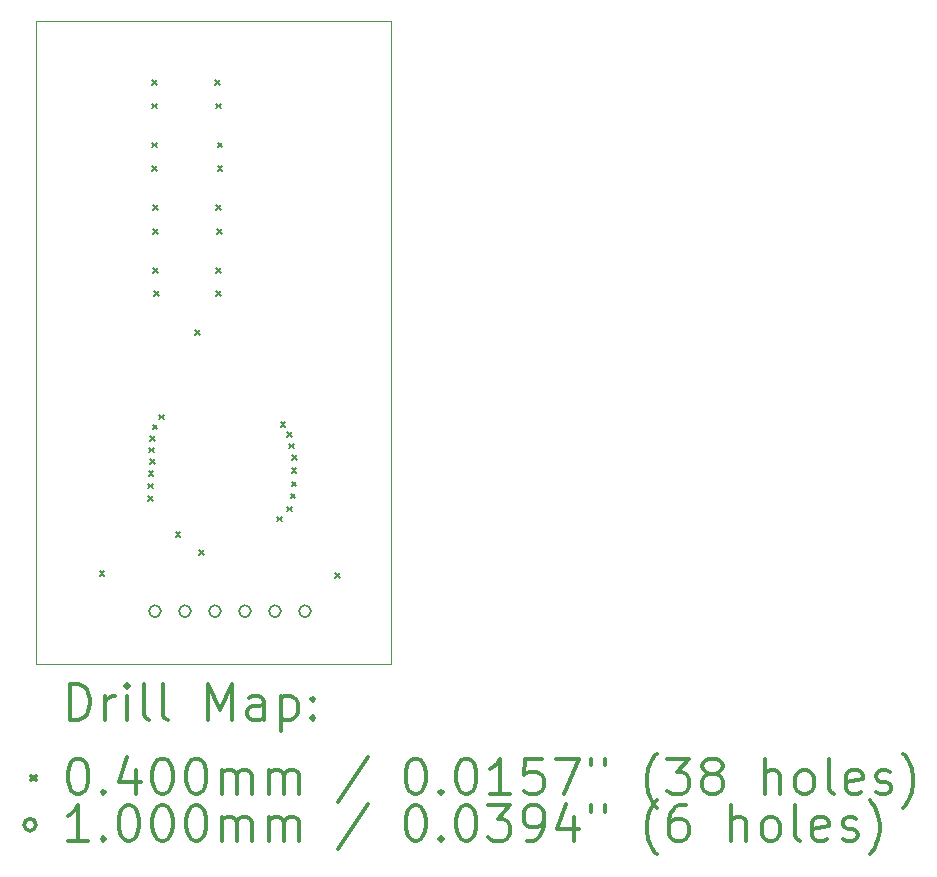
<source format=gbr>
%FSLAX45Y45*%
G04 Gerber Fmt 4.5, Leading zero omitted, Abs format (unit mm)*
G04 Created by KiCad (PCBNEW (5.1.12)-1) date 2021-12-20 11:44:47*
%MOMM*%
%LPD*%
G01*
G04 APERTURE LIST*
%TA.AperFunction,Profile*%
%ADD10C,0.050000*%
%TD*%
%ADD11C,0.200000*%
%ADD12C,0.300000*%
G04 APERTURE END LIST*
D10*
X11450000Y-4150000D02*
X11600000Y-4150000D01*
X11450000Y-9600000D02*
X11450000Y-4150000D01*
X11600000Y-9600000D02*
X11450000Y-9600000D01*
X11750000Y-4150000D02*
X11600000Y-4150000D01*
X11750000Y-9600000D02*
X11600000Y-9600000D01*
X14250000Y-4150000D02*
X14450000Y-4150000D01*
X14450000Y-9600000D02*
X14450000Y-4150000D01*
X14250000Y-9600000D02*
X14450000Y-9600000D01*
X11750000Y-4150000D02*
X14250000Y-4150000D01*
X11750000Y-9600000D02*
X14250000Y-9600000D01*
D11*
X11987500Y-8812500D02*
X12027500Y-8852500D01*
X12027500Y-8812500D02*
X11987500Y-8852500D01*
X12397193Y-8174135D02*
X12437193Y-8214135D01*
X12437193Y-8174135D02*
X12397193Y-8214135D01*
X12399230Y-8069565D02*
X12439230Y-8109565D01*
X12439230Y-8069565D02*
X12399230Y-8109565D01*
X12401705Y-7964559D02*
X12441705Y-8004559D01*
X12441705Y-7964559D02*
X12401705Y-8004559D01*
X12403477Y-7766271D02*
X12443477Y-7806271D01*
X12443477Y-7766271D02*
X12403477Y-7806271D01*
X12413486Y-7666772D02*
X12453486Y-7706772D01*
X12453486Y-7666772D02*
X12413486Y-7706772D01*
X12415625Y-7865531D02*
X12455625Y-7905531D01*
X12455625Y-7865531D02*
X12415625Y-7905531D01*
X12431960Y-4653040D02*
X12471960Y-4693040D01*
X12471960Y-4653040D02*
X12431960Y-4693040D01*
X12431960Y-4853040D02*
X12471960Y-4893040D01*
X12471960Y-4853040D02*
X12431960Y-4893040D01*
X12433040Y-5183040D02*
X12473040Y-5223040D01*
X12473040Y-5183040D02*
X12433040Y-5223040D01*
X12433040Y-5383040D02*
X12473040Y-5423040D01*
X12473040Y-5383040D02*
X12433040Y-5423040D01*
X12436036Y-7569346D02*
X12476036Y-7609346D01*
X12476036Y-7569346D02*
X12436036Y-7609346D01*
X12438040Y-5713040D02*
X12478040Y-5753040D01*
X12478040Y-5713040D02*
X12438040Y-5753040D01*
X12438040Y-5913040D02*
X12478040Y-5953040D01*
X12478040Y-5913040D02*
X12438040Y-5953040D01*
X12443040Y-6243040D02*
X12483040Y-6283040D01*
X12483040Y-6243040D02*
X12443040Y-6283040D01*
X12447508Y-6443040D02*
X12487508Y-6483040D01*
X12487508Y-6443040D02*
X12447508Y-6483040D01*
X12492261Y-7486648D02*
X12532261Y-7526648D01*
X12532261Y-7486648D02*
X12492261Y-7526648D01*
X12630000Y-8479999D02*
X12670000Y-8519999D01*
X12670000Y-8479999D02*
X12630000Y-8519999D01*
X12798500Y-6768500D02*
X12838500Y-6808500D01*
X12838500Y-6768500D02*
X12798500Y-6808500D01*
X12830000Y-8630000D02*
X12870000Y-8670000D01*
X12870000Y-8630000D02*
X12830000Y-8670000D01*
X12966960Y-4653040D02*
X13006960Y-4693040D01*
X13006960Y-4653040D02*
X12966960Y-4693040D01*
X12973040Y-4853040D02*
X13013040Y-4893040D01*
X13013040Y-4853040D02*
X12973040Y-4893040D01*
X12973040Y-5713040D02*
X13013040Y-5753040D01*
X13013040Y-5713040D02*
X12973040Y-5753040D01*
X12973040Y-6243040D02*
X13013040Y-6283040D01*
X13013040Y-6243040D02*
X12973040Y-6283040D01*
X12973040Y-6443040D02*
X13013040Y-6483040D01*
X13013040Y-6443040D02*
X12973040Y-6483040D01*
X12983040Y-5913040D02*
X13023040Y-5953040D01*
X13023040Y-5913040D02*
X12983040Y-5953040D01*
X12986960Y-5183040D02*
X13026960Y-5223040D01*
X13026960Y-5183040D02*
X12986960Y-5223040D01*
X12986960Y-5383040D02*
X13026960Y-5423040D01*
X13026960Y-5383040D02*
X12986960Y-5423040D01*
X13487501Y-8349082D02*
X13527501Y-8389082D01*
X13527501Y-8349082D02*
X13487501Y-8389082D01*
X13520496Y-7549780D02*
X13560496Y-7589780D01*
X13560496Y-7549780D02*
X13520496Y-7589780D01*
X13575701Y-8264755D02*
X13615701Y-8304755D01*
X13615701Y-8264755D02*
X13575701Y-8304755D01*
X13575746Y-7633133D02*
X13615746Y-7673133D01*
X13615746Y-7633133D02*
X13575746Y-7673133D01*
X13594361Y-7731386D02*
X13634361Y-7771386D01*
X13634361Y-7731386D02*
X13594361Y-7771386D01*
X13604999Y-8155000D02*
X13644999Y-8195000D01*
X13644999Y-8155000D02*
X13604999Y-8195000D01*
X13613535Y-8053636D02*
X13653535Y-8093636D01*
X13653535Y-8053636D02*
X13613535Y-8093636D01*
X13613619Y-7938619D02*
X13653619Y-7978619D01*
X13653619Y-7938619D02*
X13613619Y-7978619D01*
X13616698Y-7828860D02*
X13656698Y-7868860D01*
X13656698Y-7828860D02*
X13616698Y-7868860D01*
X13982500Y-8827500D02*
X14022500Y-8867500D01*
X14022500Y-8827500D02*
X13982500Y-8867500D01*
X12505000Y-9150000D02*
G75*
G03*
X12505000Y-9150000I-50000J0D01*
G01*
X12759000Y-9150000D02*
G75*
G03*
X12759000Y-9150000I-50000J0D01*
G01*
X13013000Y-9150000D02*
G75*
G03*
X13013000Y-9150000I-50000J0D01*
G01*
X13267000Y-9150000D02*
G75*
G03*
X13267000Y-9150000I-50000J0D01*
G01*
X13521000Y-9150000D02*
G75*
G03*
X13521000Y-9150000I-50000J0D01*
G01*
X13775000Y-9150000D02*
G75*
G03*
X13775000Y-9150000I-50000J0D01*
G01*
D12*
X11733928Y-10068214D02*
X11733928Y-9768214D01*
X11805357Y-9768214D01*
X11848214Y-9782500D01*
X11876786Y-9811072D01*
X11891071Y-9839643D01*
X11905357Y-9896786D01*
X11905357Y-9939643D01*
X11891071Y-9996786D01*
X11876786Y-10025357D01*
X11848214Y-10053929D01*
X11805357Y-10068214D01*
X11733928Y-10068214D01*
X12033928Y-10068214D02*
X12033928Y-9868214D01*
X12033928Y-9925357D02*
X12048214Y-9896786D01*
X12062500Y-9882500D01*
X12091071Y-9868214D01*
X12119643Y-9868214D01*
X12219643Y-10068214D02*
X12219643Y-9868214D01*
X12219643Y-9768214D02*
X12205357Y-9782500D01*
X12219643Y-9796786D01*
X12233928Y-9782500D01*
X12219643Y-9768214D01*
X12219643Y-9796786D01*
X12405357Y-10068214D02*
X12376786Y-10053929D01*
X12362500Y-10025357D01*
X12362500Y-9768214D01*
X12562500Y-10068214D02*
X12533928Y-10053929D01*
X12519643Y-10025357D01*
X12519643Y-9768214D01*
X12905357Y-10068214D02*
X12905357Y-9768214D01*
X13005357Y-9982500D01*
X13105357Y-9768214D01*
X13105357Y-10068214D01*
X13376786Y-10068214D02*
X13376786Y-9911072D01*
X13362500Y-9882500D01*
X13333928Y-9868214D01*
X13276786Y-9868214D01*
X13248214Y-9882500D01*
X13376786Y-10053929D02*
X13348214Y-10068214D01*
X13276786Y-10068214D01*
X13248214Y-10053929D01*
X13233928Y-10025357D01*
X13233928Y-9996786D01*
X13248214Y-9968214D01*
X13276786Y-9953929D01*
X13348214Y-9953929D01*
X13376786Y-9939643D01*
X13519643Y-9868214D02*
X13519643Y-10168214D01*
X13519643Y-9882500D02*
X13548214Y-9868214D01*
X13605357Y-9868214D01*
X13633928Y-9882500D01*
X13648214Y-9896786D01*
X13662500Y-9925357D01*
X13662500Y-10011072D01*
X13648214Y-10039643D01*
X13633928Y-10053929D01*
X13605357Y-10068214D01*
X13548214Y-10068214D01*
X13519643Y-10053929D01*
X13791071Y-10039643D02*
X13805357Y-10053929D01*
X13791071Y-10068214D01*
X13776786Y-10053929D01*
X13791071Y-10039643D01*
X13791071Y-10068214D01*
X13791071Y-9882500D02*
X13805357Y-9896786D01*
X13791071Y-9911072D01*
X13776786Y-9896786D01*
X13791071Y-9882500D01*
X13791071Y-9911072D01*
X11407500Y-10542500D02*
X11447500Y-10582500D01*
X11447500Y-10542500D02*
X11407500Y-10582500D01*
X11791071Y-10398214D02*
X11819643Y-10398214D01*
X11848214Y-10412500D01*
X11862500Y-10426786D01*
X11876786Y-10455357D01*
X11891071Y-10512500D01*
X11891071Y-10583929D01*
X11876786Y-10641072D01*
X11862500Y-10669643D01*
X11848214Y-10683929D01*
X11819643Y-10698214D01*
X11791071Y-10698214D01*
X11762500Y-10683929D01*
X11748214Y-10669643D01*
X11733928Y-10641072D01*
X11719643Y-10583929D01*
X11719643Y-10512500D01*
X11733928Y-10455357D01*
X11748214Y-10426786D01*
X11762500Y-10412500D01*
X11791071Y-10398214D01*
X12019643Y-10669643D02*
X12033928Y-10683929D01*
X12019643Y-10698214D01*
X12005357Y-10683929D01*
X12019643Y-10669643D01*
X12019643Y-10698214D01*
X12291071Y-10498214D02*
X12291071Y-10698214D01*
X12219643Y-10383929D02*
X12148214Y-10598214D01*
X12333928Y-10598214D01*
X12505357Y-10398214D02*
X12533928Y-10398214D01*
X12562500Y-10412500D01*
X12576786Y-10426786D01*
X12591071Y-10455357D01*
X12605357Y-10512500D01*
X12605357Y-10583929D01*
X12591071Y-10641072D01*
X12576786Y-10669643D01*
X12562500Y-10683929D01*
X12533928Y-10698214D01*
X12505357Y-10698214D01*
X12476786Y-10683929D01*
X12462500Y-10669643D01*
X12448214Y-10641072D01*
X12433928Y-10583929D01*
X12433928Y-10512500D01*
X12448214Y-10455357D01*
X12462500Y-10426786D01*
X12476786Y-10412500D01*
X12505357Y-10398214D01*
X12791071Y-10398214D02*
X12819643Y-10398214D01*
X12848214Y-10412500D01*
X12862500Y-10426786D01*
X12876786Y-10455357D01*
X12891071Y-10512500D01*
X12891071Y-10583929D01*
X12876786Y-10641072D01*
X12862500Y-10669643D01*
X12848214Y-10683929D01*
X12819643Y-10698214D01*
X12791071Y-10698214D01*
X12762500Y-10683929D01*
X12748214Y-10669643D01*
X12733928Y-10641072D01*
X12719643Y-10583929D01*
X12719643Y-10512500D01*
X12733928Y-10455357D01*
X12748214Y-10426786D01*
X12762500Y-10412500D01*
X12791071Y-10398214D01*
X13019643Y-10698214D02*
X13019643Y-10498214D01*
X13019643Y-10526786D02*
X13033928Y-10512500D01*
X13062500Y-10498214D01*
X13105357Y-10498214D01*
X13133928Y-10512500D01*
X13148214Y-10541072D01*
X13148214Y-10698214D01*
X13148214Y-10541072D02*
X13162500Y-10512500D01*
X13191071Y-10498214D01*
X13233928Y-10498214D01*
X13262500Y-10512500D01*
X13276786Y-10541072D01*
X13276786Y-10698214D01*
X13419643Y-10698214D02*
X13419643Y-10498214D01*
X13419643Y-10526786D02*
X13433928Y-10512500D01*
X13462500Y-10498214D01*
X13505357Y-10498214D01*
X13533928Y-10512500D01*
X13548214Y-10541072D01*
X13548214Y-10698214D01*
X13548214Y-10541072D02*
X13562500Y-10512500D01*
X13591071Y-10498214D01*
X13633928Y-10498214D01*
X13662500Y-10512500D01*
X13676786Y-10541072D01*
X13676786Y-10698214D01*
X14262500Y-10383929D02*
X14005357Y-10769643D01*
X14648214Y-10398214D02*
X14676786Y-10398214D01*
X14705357Y-10412500D01*
X14719643Y-10426786D01*
X14733928Y-10455357D01*
X14748214Y-10512500D01*
X14748214Y-10583929D01*
X14733928Y-10641072D01*
X14719643Y-10669643D01*
X14705357Y-10683929D01*
X14676786Y-10698214D01*
X14648214Y-10698214D01*
X14619643Y-10683929D01*
X14605357Y-10669643D01*
X14591071Y-10641072D01*
X14576786Y-10583929D01*
X14576786Y-10512500D01*
X14591071Y-10455357D01*
X14605357Y-10426786D01*
X14619643Y-10412500D01*
X14648214Y-10398214D01*
X14876786Y-10669643D02*
X14891071Y-10683929D01*
X14876786Y-10698214D01*
X14862500Y-10683929D01*
X14876786Y-10669643D01*
X14876786Y-10698214D01*
X15076786Y-10398214D02*
X15105357Y-10398214D01*
X15133928Y-10412500D01*
X15148214Y-10426786D01*
X15162500Y-10455357D01*
X15176786Y-10512500D01*
X15176786Y-10583929D01*
X15162500Y-10641072D01*
X15148214Y-10669643D01*
X15133928Y-10683929D01*
X15105357Y-10698214D01*
X15076786Y-10698214D01*
X15048214Y-10683929D01*
X15033928Y-10669643D01*
X15019643Y-10641072D01*
X15005357Y-10583929D01*
X15005357Y-10512500D01*
X15019643Y-10455357D01*
X15033928Y-10426786D01*
X15048214Y-10412500D01*
X15076786Y-10398214D01*
X15462500Y-10698214D02*
X15291071Y-10698214D01*
X15376786Y-10698214D02*
X15376786Y-10398214D01*
X15348214Y-10441072D01*
X15319643Y-10469643D01*
X15291071Y-10483929D01*
X15733928Y-10398214D02*
X15591071Y-10398214D01*
X15576786Y-10541072D01*
X15591071Y-10526786D01*
X15619643Y-10512500D01*
X15691071Y-10512500D01*
X15719643Y-10526786D01*
X15733928Y-10541072D01*
X15748214Y-10569643D01*
X15748214Y-10641072D01*
X15733928Y-10669643D01*
X15719643Y-10683929D01*
X15691071Y-10698214D01*
X15619643Y-10698214D01*
X15591071Y-10683929D01*
X15576786Y-10669643D01*
X15848214Y-10398214D02*
X16048214Y-10398214D01*
X15919643Y-10698214D01*
X16148214Y-10398214D02*
X16148214Y-10455357D01*
X16262500Y-10398214D02*
X16262500Y-10455357D01*
X16705357Y-10812500D02*
X16691071Y-10798214D01*
X16662500Y-10755357D01*
X16648214Y-10726786D01*
X16633928Y-10683929D01*
X16619643Y-10612500D01*
X16619643Y-10555357D01*
X16633928Y-10483929D01*
X16648214Y-10441072D01*
X16662500Y-10412500D01*
X16691071Y-10369643D01*
X16705357Y-10355357D01*
X16791071Y-10398214D02*
X16976786Y-10398214D01*
X16876786Y-10512500D01*
X16919643Y-10512500D01*
X16948214Y-10526786D01*
X16962500Y-10541072D01*
X16976786Y-10569643D01*
X16976786Y-10641072D01*
X16962500Y-10669643D01*
X16948214Y-10683929D01*
X16919643Y-10698214D01*
X16833928Y-10698214D01*
X16805357Y-10683929D01*
X16791071Y-10669643D01*
X17148214Y-10526786D02*
X17119643Y-10512500D01*
X17105357Y-10498214D01*
X17091071Y-10469643D01*
X17091071Y-10455357D01*
X17105357Y-10426786D01*
X17119643Y-10412500D01*
X17148214Y-10398214D01*
X17205357Y-10398214D01*
X17233928Y-10412500D01*
X17248214Y-10426786D01*
X17262500Y-10455357D01*
X17262500Y-10469643D01*
X17248214Y-10498214D01*
X17233928Y-10512500D01*
X17205357Y-10526786D01*
X17148214Y-10526786D01*
X17119643Y-10541072D01*
X17105357Y-10555357D01*
X17091071Y-10583929D01*
X17091071Y-10641072D01*
X17105357Y-10669643D01*
X17119643Y-10683929D01*
X17148214Y-10698214D01*
X17205357Y-10698214D01*
X17233928Y-10683929D01*
X17248214Y-10669643D01*
X17262500Y-10641072D01*
X17262500Y-10583929D01*
X17248214Y-10555357D01*
X17233928Y-10541072D01*
X17205357Y-10526786D01*
X17619643Y-10698214D02*
X17619643Y-10398214D01*
X17748214Y-10698214D02*
X17748214Y-10541072D01*
X17733928Y-10512500D01*
X17705357Y-10498214D01*
X17662500Y-10498214D01*
X17633928Y-10512500D01*
X17619643Y-10526786D01*
X17933928Y-10698214D02*
X17905357Y-10683929D01*
X17891071Y-10669643D01*
X17876786Y-10641072D01*
X17876786Y-10555357D01*
X17891071Y-10526786D01*
X17905357Y-10512500D01*
X17933928Y-10498214D01*
X17976786Y-10498214D01*
X18005357Y-10512500D01*
X18019643Y-10526786D01*
X18033928Y-10555357D01*
X18033928Y-10641072D01*
X18019643Y-10669643D01*
X18005357Y-10683929D01*
X17976786Y-10698214D01*
X17933928Y-10698214D01*
X18205357Y-10698214D02*
X18176786Y-10683929D01*
X18162500Y-10655357D01*
X18162500Y-10398214D01*
X18433928Y-10683929D02*
X18405357Y-10698214D01*
X18348214Y-10698214D01*
X18319643Y-10683929D01*
X18305357Y-10655357D01*
X18305357Y-10541072D01*
X18319643Y-10512500D01*
X18348214Y-10498214D01*
X18405357Y-10498214D01*
X18433928Y-10512500D01*
X18448214Y-10541072D01*
X18448214Y-10569643D01*
X18305357Y-10598214D01*
X18562500Y-10683929D02*
X18591071Y-10698214D01*
X18648214Y-10698214D01*
X18676786Y-10683929D01*
X18691071Y-10655357D01*
X18691071Y-10641072D01*
X18676786Y-10612500D01*
X18648214Y-10598214D01*
X18605357Y-10598214D01*
X18576786Y-10583929D01*
X18562500Y-10555357D01*
X18562500Y-10541072D01*
X18576786Y-10512500D01*
X18605357Y-10498214D01*
X18648214Y-10498214D01*
X18676786Y-10512500D01*
X18791071Y-10812500D02*
X18805357Y-10798214D01*
X18833928Y-10755357D01*
X18848214Y-10726786D01*
X18862500Y-10683929D01*
X18876786Y-10612500D01*
X18876786Y-10555357D01*
X18862500Y-10483929D01*
X18848214Y-10441072D01*
X18833928Y-10412500D01*
X18805357Y-10369643D01*
X18791071Y-10355357D01*
X11447500Y-10958500D02*
G75*
G03*
X11447500Y-10958500I-50000J0D01*
G01*
X11891071Y-11094214D02*
X11719643Y-11094214D01*
X11805357Y-11094214D02*
X11805357Y-10794214D01*
X11776786Y-10837072D01*
X11748214Y-10865643D01*
X11719643Y-10879929D01*
X12019643Y-11065643D02*
X12033928Y-11079929D01*
X12019643Y-11094214D01*
X12005357Y-11079929D01*
X12019643Y-11065643D01*
X12019643Y-11094214D01*
X12219643Y-10794214D02*
X12248214Y-10794214D01*
X12276786Y-10808500D01*
X12291071Y-10822786D01*
X12305357Y-10851357D01*
X12319643Y-10908500D01*
X12319643Y-10979929D01*
X12305357Y-11037072D01*
X12291071Y-11065643D01*
X12276786Y-11079929D01*
X12248214Y-11094214D01*
X12219643Y-11094214D01*
X12191071Y-11079929D01*
X12176786Y-11065643D01*
X12162500Y-11037072D01*
X12148214Y-10979929D01*
X12148214Y-10908500D01*
X12162500Y-10851357D01*
X12176786Y-10822786D01*
X12191071Y-10808500D01*
X12219643Y-10794214D01*
X12505357Y-10794214D02*
X12533928Y-10794214D01*
X12562500Y-10808500D01*
X12576786Y-10822786D01*
X12591071Y-10851357D01*
X12605357Y-10908500D01*
X12605357Y-10979929D01*
X12591071Y-11037072D01*
X12576786Y-11065643D01*
X12562500Y-11079929D01*
X12533928Y-11094214D01*
X12505357Y-11094214D01*
X12476786Y-11079929D01*
X12462500Y-11065643D01*
X12448214Y-11037072D01*
X12433928Y-10979929D01*
X12433928Y-10908500D01*
X12448214Y-10851357D01*
X12462500Y-10822786D01*
X12476786Y-10808500D01*
X12505357Y-10794214D01*
X12791071Y-10794214D02*
X12819643Y-10794214D01*
X12848214Y-10808500D01*
X12862500Y-10822786D01*
X12876786Y-10851357D01*
X12891071Y-10908500D01*
X12891071Y-10979929D01*
X12876786Y-11037072D01*
X12862500Y-11065643D01*
X12848214Y-11079929D01*
X12819643Y-11094214D01*
X12791071Y-11094214D01*
X12762500Y-11079929D01*
X12748214Y-11065643D01*
X12733928Y-11037072D01*
X12719643Y-10979929D01*
X12719643Y-10908500D01*
X12733928Y-10851357D01*
X12748214Y-10822786D01*
X12762500Y-10808500D01*
X12791071Y-10794214D01*
X13019643Y-11094214D02*
X13019643Y-10894214D01*
X13019643Y-10922786D02*
X13033928Y-10908500D01*
X13062500Y-10894214D01*
X13105357Y-10894214D01*
X13133928Y-10908500D01*
X13148214Y-10937072D01*
X13148214Y-11094214D01*
X13148214Y-10937072D02*
X13162500Y-10908500D01*
X13191071Y-10894214D01*
X13233928Y-10894214D01*
X13262500Y-10908500D01*
X13276786Y-10937072D01*
X13276786Y-11094214D01*
X13419643Y-11094214D02*
X13419643Y-10894214D01*
X13419643Y-10922786D02*
X13433928Y-10908500D01*
X13462500Y-10894214D01*
X13505357Y-10894214D01*
X13533928Y-10908500D01*
X13548214Y-10937072D01*
X13548214Y-11094214D01*
X13548214Y-10937072D02*
X13562500Y-10908500D01*
X13591071Y-10894214D01*
X13633928Y-10894214D01*
X13662500Y-10908500D01*
X13676786Y-10937072D01*
X13676786Y-11094214D01*
X14262500Y-10779929D02*
X14005357Y-11165643D01*
X14648214Y-10794214D02*
X14676786Y-10794214D01*
X14705357Y-10808500D01*
X14719643Y-10822786D01*
X14733928Y-10851357D01*
X14748214Y-10908500D01*
X14748214Y-10979929D01*
X14733928Y-11037072D01*
X14719643Y-11065643D01*
X14705357Y-11079929D01*
X14676786Y-11094214D01*
X14648214Y-11094214D01*
X14619643Y-11079929D01*
X14605357Y-11065643D01*
X14591071Y-11037072D01*
X14576786Y-10979929D01*
X14576786Y-10908500D01*
X14591071Y-10851357D01*
X14605357Y-10822786D01*
X14619643Y-10808500D01*
X14648214Y-10794214D01*
X14876786Y-11065643D02*
X14891071Y-11079929D01*
X14876786Y-11094214D01*
X14862500Y-11079929D01*
X14876786Y-11065643D01*
X14876786Y-11094214D01*
X15076786Y-10794214D02*
X15105357Y-10794214D01*
X15133928Y-10808500D01*
X15148214Y-10822786D01*
X15162500Y-10851357D01*
X15176786Y-10908500D01*
X15176786Y-10979929D01*
X15162500Y-11037072D01*
X15148214Y-11065643D01*
X15133928Y-11079929D01*
X15105357Y-11094214D01*
X15076786Y-11094214D01*
X15048214Y-11079929D01*
X15033928Y-11065643D01*
X15019643Y-11037072D01*
X15005357Y-10979929D01*
X15005357Y-10908500D01*
X15019643Y-10851357D01*
X15033928Y-10822786D01*
X15048214Y-10808500D01*
X15076786Y-10794214D01*
X15276786Y-10794214D02*
X15462500Y-10794214D01*
X15362500Y-10908500D01*
X15405357Y-10908500D01*
X15433928Y-10922786D01*
X15448214Y-10937072D01*
X15462500Y-10965643D01*
X15462500Y-11037072D01*
X15448214Y-11065643D01*
X15433928Y-11079929D01*
X15405357Y-11094214D01*
X15319643Y-11094214D01*
X15291071Y-11079929D01*
X15276786Y-11065643D01*
X15605357Y-11094214D02*
X15662500Y-11094214D01*
X15691071Y-11079929D01*
X15705357Y-11065643D01*
X15733928Y-11022786D01*
X15748214Y-10965643D01*
X15748214Y-10851357D01*
X15733928Y-10822786D01*
X15719643Y-10808500D01*
X15691071Y-10794214D01*
X15633928Y-10794214D01*
X15605357Y-10808500D01*
X15591071Y-10822786D01*
X15576786Y-10851357D01*
X15576786Y-10922786D01*
X15591071Y-10951357D01*
X15605357Y-10965643D01*
X15633928Y-10979929D01*
X15691071Y-10979929D01*
X15719643Y-10965643D01*
X15733928Y-10951357D01*
X15748214Y-10922786D01*
X16005357Y-10894214D02*
X16005357Y-11094214D01*
X15933928Y-10779929D02*
X15862500Y-10994214D01*
X16048214Y-10994214D01*
X16148214Y-10794214D02*
X16148214Y-10851357D01*
X16262500Y-10794214D02*
X16262500Y-10851357D01*
X16705357Y-11208500D02*
X16691071Y-11194214D01*
X16662500Y-11151357D01*
X16648214Y-11122786D01*
X16633928Y-11079929D01*
X16619643Y-11008500D01*
X16619643Y-10951357D01*
X16633928Y-10879929D01*
X16648214Y-10837072D01*
X16662500Y-10808500D01*
X16691071Y-10765643D01*
X16705357Y-10751357D01*
X16948214Y-10794214D02*
X16891071Y-10794214D01*
X16862500Y-10808500D01*
X16848214Y-10822786D01*
X16819643Y-10865643D01*
X16805357Y-10922786D01*
X16805357Y-11037072D01*
X16819643Y-11065643D01*
X16833928Y-11079929D01*
X16862500Y-11094214D01*
X16919643Y-11094214D01*
X16948214Y-11079929D01*
X16962500Y-11065643D01*
X16976786Y-11037072D01*
X16976786Y-10965643D01*
X16962500Y-10937072D01*
X16948214Y-10922786D01*
X16919643Y-10908500D01*
X16862500Y-10908500D01*
X16833928Y-10922786D01*
X16819643Y-10937072D01*
X16805357Y-10965643D01*
X17333928Y-11094214D02*
X17333928Y-10794214D01*
X17462500Y-11094214D02*
X17462500Y-10937072D01*
X17448214Y-10908500D01*
X17419643Y-10894214D01*
X17376786Y-10894214D01*
X17348214Y-10908500D01*
X17333928Y-10922786D01*
X17648214Y-11094214D02*
X17619643Y-11079929D01*
X17605357Y-11065643D01*
X17591071Y-11037072D01*
X17591071Y-10951357D01*
X17605357Y-10922786D01*
X17619643Y-10908500D01*
X17648214Y-10894214D01*
X17691071Y-10894214D01*
X17719643Y-10908500D01*
X17733928Y-10922786D01*
X17748214Y-10951357D01*
X17748214Y-11037072D01*
X17733928Y-11065643D01*
X17719643Y-11079929D01*
X17691071Y-11094214D01*
X17648214Y-11094214D01*
X17919643Y-11094214D02*
X17891071Y-11079929D01*
X17876786Y-11051357D01*
X17876786Y-10794214D01*
X18148214Y-11079929D02*
X18119643Y-11094214D01*
X18062500Y-11094214D01*
X18033928Y-11079929D01*
X18019643Y-11051357D01*
X18019643Y-10937072D01*
X18033928Y-10908500D01*
X18062500Y-10894214D01*
X18119643Y-10894214D01*
X18148214Y-10908500D01*
X18162500Y-10937072D01*
X18162500Y-10965643D01*
X18019643Y-10994214D01*
X18276786Y-11079929D02*
X18305357Y-11094214D01*
X18362500Y-11094214D01*
X18391071Y-11079929D01*
X18405357Y-11051357D01*
X18405357Y-11037072D01*
X18391071Y-11008500D01*
X18362500Y-10994214D01*
X18319643Y-10994214D01*
X18291071Y-10979929D01*
X18276786Y-10951357D01*
X18276786Y-10937072D01*
X18291071Y-10908500D01*
X18319643Y-10894214D01*
X18362500Y-10894214D01*
X18391071Y-10908500D01*
X18505357Y-11208500D02*
X18519643Y-11194214D01*
X18548214Y-11151357D01*
X18562500Y-11122786D01*
X18576786Y-11079929D01*
X18591071Y-11008500D01*
X18591071Y-10951357D01*
X18576786Y-10879929D01*
X18562500Y-10837072D01*
X18548214Y-10808500D01*
X18519643Y-10765643D01*
X18505357Y-10751357D01*
M02*

</source>
